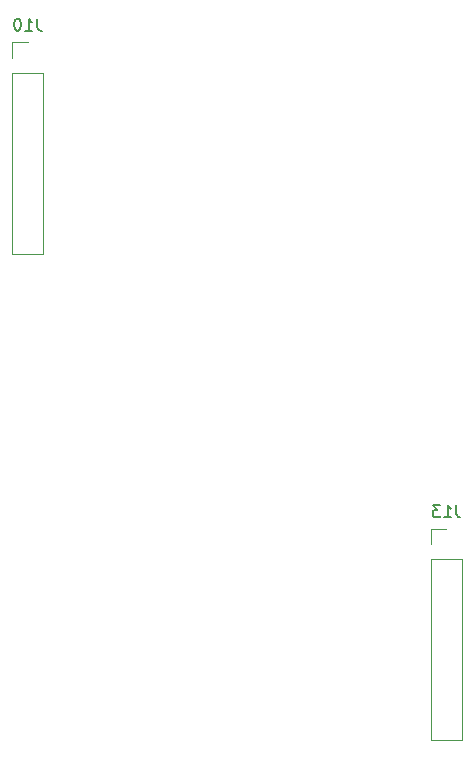
<source format=gbr>
%TF.GenerationSoftware,KiCad,Pcbnew,7.0.10*%
%TF.CreationDate,2024-02-20T22:03:04-06:00*%
%TF.ProjectId,3340_VCO,33333430-5f56-4434-9f2e-6b696361645f,rev?*%
%TF.SameCoordinates,Original*%
%TF.FileFunction,Legend,Bot*%
%TF.FilePolarity,Positive*%
%FSLAX46Y46*%
G04 Gerber Fmt 4.6, Leading zero omitted, Abs format (unit mm)*
G04 Created by KiCad (PCBNEW 7.0.10) date 2024-02-20 22:03:04*
%MOMM*%
%LPD*%
G01*
G04 APERTURE LIST*
%ADD10C,0.150000*%
%ADD11C,0.120000*%
G04 APERTURE END LIST*
D10*
X197159523Y-125834819D02*
X197159523Y-126549104D01*
X197159523Y-126549104D02*
X197207142Y-126691961D01*
X197207142Y-126691961D02*
X197302380Y-126787200D01*
X197302380Y-126787200D02*
X197445237Y-126834819D01*
X197445237Y-126834819D02*
X197540475Y-126834819D01*
X196159523Y-126834819D02*
X196730951Y-126834819D01*
X196445237Y-126834819D02*
X196445237Y-125834819D01*
X196445237Y-125834819D02*
X196540475Y-125977676D01*
X196540475Y-125977676D02*
X196635713Y-126072914D01*
X196635713Y-126072914D02*
X196730951Y-126120533D01*
X195826189Y-125834819D02*
X195207142Y-125834819D01*
X195207142Y-125834819D02*
X195540475Y-126215771D01*
X195540475Y-126215771D02*
X195397618Y-126215771D01*
X195397618Y-126215771D02*
X195302380Y-126263390D01*
X195302380Y-126263390D02*
X195254761Y-126311009D01*
X195254761Y-126311009D02*
X195207142Y-126406247D01*
X195207142Y-126406247D02*
X195207142Y-126644342D01*
X195207142Y-126644342D02*
X195254761Y-126739580D01*
X195254761Y-126739580D02*
X195302380Y-126787200D01*
X195302380Y-126787200D02*
X195397618Y-126834819D01*
X195397618Y-126834819D02*
X195683332Y-126834819D01*
X195683332Y-126834819D02*
X195778570Y-126787200D01*
X195778570Y-126787200D02*
X195826189Y-126739580D01*
X161709523Y-84634819D02*
X161709523Y-85349104D01*
X161709523Y-85349104D02*
X161757142Y-85491961D01*
X161757142Y-85491961D02*
X161852380Y-85587200D01*
X161852380Y-85587200D02*
X161995237Y-85634819D01*
X161995237Y-85634819D02*
X162090475Y-85634819D01*
X160709523Y-85634819D02*
X161280951Y-85634819D01*
X160995237Y-85634819D02*
X160995237Y-84634819D01*
X160995237Y-84634819D02*
X161090475Y-84777676D01*
X161090475Y-84777676D02*
X161185713Y-84872914D01*
X161185713Y-84872914D02*
X161280951Y-84920533D01*
X160090475Y-84634819D02*
X159995237Y-84634819D01*
X159995237Y-84634819D02*
X159899999Y-84682438D01*
X159899999Y-84682438D02*
X159852380Y-84730057D01*
X159852380Y-84730057D02*
X159804761Y-84825295D01*
X159804761Y-84825295D02*
X159757142Y-85015771D01*
X159757142Y-85015771D02*
X159757142Y-85253866D01*
X159757142Y-85253866D02*
X159804761Y-85444342D01*
X159804761Y-85444342D02*
X159852380Y-85539580D01*
X159852380Y-85539580D02*
X159899999Y-85587200D01*
X159899999Y-85587200D02*
X159995237Y-85634819D01*
X159995237Y-85634819D02*
X160090475Y-85634819D01*
X160090475Y-85634819D02*
X160185713Y-85587200D01*
X160185713Y-85587200D02*
X160233332Y-85539580D01*
X160233332Y-85539580D02*
X160280951Y-85444342D01*
X160280951Y-85444342D02*
X160328570Y-85253866D01*
X160328570Y-85253866D02*
X160328570Y-85015771D01*
X160328570Y-85015771D02*
X160280951Y-84825295D01*
X160280951Y-84825295D02*
X160233332Y-84730057D01*
X160233332Y-84730057D02*
X160185713Y-84682438D01*
X160185713Y-84682438D02*
X160090475Y-84634819D01*
D11*
%TO.C,J13*%
X197680000Y-145720000D02*
X195020000Y-145720000D01*
X197680000Y-130420000D02*
X197680000Y-145720000D01*
X197680000Y-130420000D02*
X195020000Y-130420000D01*
X196350000Y-127820000D02*
X195020000Y-127820000D01*
X195020000Y-130420000D02*
X195020000Y-145720000D01*
X195020000Y-127820000D02*
X195020000Y-129150000D01*
%TO.C,J10*%
X162230000Y-104520000D02*
X159570000Y-104520000D01*
X162230000Y-89220000D02*
X162230000Y-104520000D01*
X162230000Y-89220000D02*
X159570000Y-89220000D01*
X160900000Y-86620000D02*
X159570000Y-86620000D01*
X159570000Y-89220000D02*
X159570000Y-104520000D01*
X159570000Y-86620000D02*
X159570000Y-87950000D01*
%TD*%
M02*

</source>
